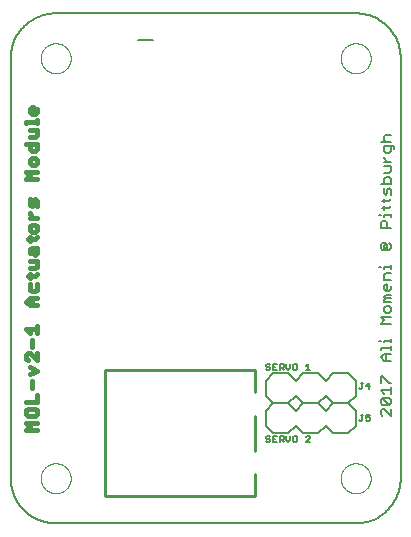
<source format=gto>
G75*
%MOIN*%
%OFA0B0*%
%FSLAX25Y25*%
%IPPOS*%
%LPD*%
%AMOC8*
5,1,8,0,0,1.08239X$1,22.5*
%
%ADD10C,0.00600*%
%ADD11C,0.00000*%
%ADD12C,0.01500*%
%ADD13C,0.01000*%
%ADD14C,0.00800*%
%ADD15C,0.00500*%
D10*
X0001300Y0016300D02*
X0001300Y0156300D01*
X0001304Y0156662D01*
X0001318Y0157025D01*
X0001339Y0157387D01*
X0001370Y0157748D01*
X0001409Y0158108D01*
X0001457Y0158467D01*
X0001514Y0158825D01*
X0001579Y0159182D01*
X0001653Y0159537D01*
X0001736Y0159890D01*
X0001827Y0160241D01*
X0001926Y0160589D01*
X0002034Y0160935D01*
X0002150Y0161279D01*
X0002275Y0161619D01*
X0002407Y0161956D01*
X0002548Y0162290D01*
X0002697Y0162621D01*
X0002854Y0162948D01*
X0003018Y0163271D01*
X0003190Y0163590D01*
X0003370Y0163904D01*
X0003558Y0164215D01*
X0003753Y0164520D01*
X0003955Y0164821D01*
X0004165Y0165117D01*
X0004381Y0165407D01*
X0004605Y0165693D01*
X0004835Y0165973D01*
X0005072Y0166247D01*
X0005316Y0166515D01*
X0005566Y0166778D01*
X0005822Y0167034D01*
X0006085Y0167284D01*
X0006353Y0167528D01*
X0006627Y0167765D01*
X0006907Y0167995D01*
X0007193Y0168219D01*
X0007483Y0168435D01*
X0007779Y0168645D01*
X0008080Y0168847D01*
X0008385Y0169042D01*
X0008696Y0169230D01*
X0009010Y0169410D01*
X0009329Y0169582D01*
X0009652Y0169746D01*
X0009979Y0169903D01*
X0010310Y0170052D01*
X0010644Y0170193D01*
X0010981Y0170325D01*
X0011321Y0170450D01*
X0011665Y0170566D01*
X0012011Y0170674D01*
X0012359Y0170773D01*
X0012710Y0170864D01*
X0013063Y0170947D01*
X0013418Y0171021D01*
X0013775Y0171086D01*
X0014133Y0171143D01*
X0014492Y0171191D01*
X0014852Y0171230D01*
X0015213Y0171261D01*
X0015575Y0171282D01*
X0015938Y0171296D01*
X0016300Y0171300D01*
X0116300Y0171300D01*
X0116662Y0171296D01*
X0117025Y0171282D01*
X0117387Y0171261D01*
X0117748Y0171230D01*
X0118108Y0171191D01*
X0118467Y0171143D01*
X0118825Y0171086D01*
X0119182Y0171021D01*
X0119537Y0170947D01*
X0119890Y0170864D01*
X0120241Y0170773D01*
X0120589Y0170674D01*
X0120935Y0170566D01*
X0121279Y0170450D01*
X0121619Y0170325D01*
X0121956Y0170193D01*
X0122290Y0170052D01*
X0122621Y0169903D01*
X0122948Y0169746D01*
X0123271Y0169582D01*
X0123590Y0169410D01*
X0123904Y0169230D01*
X0124215Y0169042D01*
X0124520Y0168847D01*
X0124821Y0168645D01*
X0125117Y0168435D01*
X0125407Y0168219D01*
X0125693Y0167995D01*
X0125973Y0167765D01*
X0126247Y0167528D01*
X0126515Y0167284D01*
X0126778Y0167034D01*
X0127034Y0166778D01*
X0127284Y0166515D01*
X0127528Y0166247D01*
X0127765Y0165973D01*
X0127995Y0165693D01*
X0128219Y0165407D01*
X0128435Y0165117D01*
X0128645Y0164821D01*
X0128847Y0164520D01*
X0129042Y0164215D01*
X0129230Y0163904D01*
X0129410Y0163590D01*
X0129582Y0163271D01*
X0129746Y0162948D01*
X0129903Y0162621D01*
X0130052Y0162290D01*
X0130193Y0161956D01*
X0130325Y0161619D01*
X0130450Y0161279D01*
X0130566Y0160935D01*
X0130674Y0160589D01*
X0130773Y0160241D01*
X0130864Y0159890D01*
X0130947Y0159537D01*
X0131021Y0159182D01*
X0131086Y0158825D01*
X0131143Y0158467D01*
X0131191Y0158108D01*
X0131230Y0157748D01*
X0131261Y0157387D01*
X0131282Y0157025D01*
X0131296Y0156662D01*
X0131300Y0156300D01*
X0131300Y0016300D01*
X0131296Y0015938D01*
X0131282Y0015575D01*
X0131261Y0015213D01*
X0131230Y0014852D01*
X0131191Y0014492D01*
X0131143Y0014133D01*
X0131086Y0013775D01*
X0131021Y0013418D01*
X0130947Y0013063D01*
X0130864Y0012710D01*
X0130773Y0012359D01*
X0130674Y0012011D01*
X0130566Y0011665D01*
X0130450Y0011321D01*
X0130325Y0010981D01*
X0130193Y0010644D01*
X0130052Y0010310D01*
X0129903Y0009979D01*
X0129746Y0009652D01*
X0129582Y0009329D01*
X0129410Y0009010D01*
X0129230Y0008696D01*
X0129042Y0008385D01*
X0128847Y0008080D01*
X0128645Y0007779D01*
X0128435Y0007483D01*
X0128219Y0007193D01*
X0127995Y0006907D01*
X0127765Y0006627D01*
X0127528Y0006353D01*
X0127284Y0006085D01*
X0127034Y0005822D01*
X0126778Y0005566D01*
X0126515Y0005316D01*
X0126247Y0005072D01*
X0125973Y0004835D01*
X0125693Y0004605D01*
X0125407Y0004381D01*
X0125117Y0004165D01*
X0124821Y0003955D01*
X0124520Y0003753D01*
X0124215Y0003558D01*
X0123904Y0003370D01*
X0123590Y0003190D01*
X0123271Y0003018D01*
X0122948Y0002854D01*
X0122621Y0002697D01*
X0122290Y0002548D01*
X0121956Y0002407D01*
X0121619Y0002275D01*
X0121279Y0002150D01*
X0120935Y0002034D01*
X0120589Y0001926D01*
X0120241Y0001827D01*
X0119890Y0001736D01*
X0119537Y0001653D01*
X0119182Y0001579D01*
X0118825Y0001514D01*
X0118467Y0001457D01*
X0118108Y0001409D01*
X0117748Y0001370D01*
X0117387Y0001339D01*
X0117025Y0001318D01*
X0116662Y0001304D01*
X0116300Y0001300D01*
X0016300Y0001300D01*
X0015938Y0001304D01*
X0015575Y0001318D01*
X0015213Y0001339D01*
X0014852Y0001370D01*
X0014492Y0001409D01*
X0014133Y0001457D01*
X0013775Y0001514D01*
X0013418Y0001579D01*
X0013063Y0001653D01*
X0012710Y0001736D01*
X0012359Y0001827D01*
X0012011Y0001926D01*
X0011665Y0002034D01*
X0011321Y0002150D01*
X0010981Y0002275D01*
X0010644Y0002407D01*
X0010310Y0002548D01*
X0009979Y0002697D01*
X0009652Y0002854D01*
X0009329Y0003018D01*
X0009010Y0003190D01*
X0008696Y0003370D01*
X0008385Y0003558D01*
X0008080Y0003753D01*
X0007779Y0003955D01*
X0007483Y0004165D01*
X0007193Y0004381D01*
X0006907Y0004605D01*
X0006627Y0004835D01*
X0006353Y0005072D01*
X0006085Y0005316D01*
X0005822Y0005566D01*
X0005566Y0005822D01*
X0005316Y0006085D01*
X0005072Y0006353D01*
X0004835Y0006627D01*
X0004605Y0006907D01*
X0004381Y0007193D01*
X0004165Y0007483D01*
X0003955Y0007779D01*
X0003753Y0008080D01*
X0003558Y0008385D01*
X0003370Y0008696D01*
X0003190Y0009010D01*
X0003018Y0009329D01*
X0002854Y0009652D01*
X0002697Y0009979D01*
X0002548Y0010310D01*
X0002407Y0010644D01*
X0002275Y0010981D01*
X0002150Y0011321D01*
X0002034Y0011665D01*
X0001926Y0012011D01*
X0001827Y0012359D01*
X0001736Y0012710D01*
X0001653Y0013063D01*
X0001579Y0013418D01*
X0001514Y0013775D01*
X0001457Y0014133D01*
X0001409Y0014492D01*
X0001370Y0014852D01*
X0001339Y0015213D01*
X0001318Y0015575D01*
X0001304Y0015938D01*
X0001300Y0016300D01*
X0124597Y0037667D02*
X0125164Y0037100D01*
X0124597Y0037667D02*
X0124597Y0038801D01*
X0125164Y0039369D01*
X0125731Y0039369D01*
X0128000Y0037100D01*
X0128000Y0039369D01*
X0127433Y0040783D02*
X0125164Y0043052D01*
X0127433Y0043052D01*
X0128000Y0042485D01*
X0128000Y0041350D01*
X0127433Y0040783D01*
X0125164Y0040783D01*
X0124597Y0041350D01*
X0124597Y0042485D01*
X0125164Y0043052D01*
X0125731Y0044466D02*
X0124597Y0045601D01*
X0128000Y0045601D01*
X0128000Y0046735D02*
X0128000Y0044466D01*
X0128000Y0048149D02*
X0127433Y0048149D01*
X0125164Y0050418D01*
X0124597Y0050418D01*
X0124597Y0048149D01*
X0125731Y0055516D02*
X0124597Y0056650D01*
X0125731Y0057784D01*
X0128000Y0057784D01*
X0128000Y0059199D02*
X0128000Y0060333D01*
X0128000Y0059766D02*
X0124597Y0059766D01*
X0124597Y0059199D01*
X0125731Y0061654D02*
X0125731Y0062221D01*
X0128000Y0062221D01*
X0128000Y0061654D02*
X0128000Y0062789D01*
X0124597Y0062221D02*
X0124030Y0062221D01*
X0126299Y0057784D02*
X0126299Y0055516D01*
X0125731Y0055516D02*
X0128000Y0055516D01*
X0128000Y0067793D02*
X0124597Y0067793D01*
X0125731Y0068927D01*
X0124597Y0070061D01*
X0128000Y0070061D01*
X0127433Y0071476D02*
X0126299Y0071476D01*
X0125731Y0072043D01*
X0125731Y0073177D01*
X0126299Y0073745D01*
X0127433Y0073745D01*
X0128000Y0073177D01*
X0128000Y0072043D01*
X0127433Y0071476D01*
X0128000Y0075159D02*
X0125731Y0075159D01*
X0125731Y0075726D01*
X0126299Y0076293D01*
X0125731Y0076861D01*
X0126299Y0077428D01*
X0128000Y0077428D01*
X0128000Y0076293D02*
X0126299Y0076293D01*
X0126299Y0078842D02*
X0125731Y0079409D01*
X0125731Y0080544D01*
X0126299Y0081111D01*
X0126866Y0081111D01*
X0126866Y0078842D01*
X0127433Y0078842D02*
X0126299Y0078842D01*
X0127433Y0078842D02*
X0128000Y0079409D01*
X0128000Y0080544D01*
X0128000Y0082525D02*
X0125731Y0082525D01*
X0125731Y0084227D01*
X0126299Y0084794D01*
X0128000Y0084794D01*
X0128000Y0086209D02*
X0128000Y0087343D01*
X0128000Y0086776D02*
X0125731Y0086776D01*
X0125731Y0086209D01*
X0124597Y0086776D02*
X0124030Y0086776D01*
X0125164Y0092347D02*
X0124597Y0092914D01*
X0124597Y0094049D01*
X0125164Y0094616D01*
X0126299Y0094616D01*
X0126866Y0094049D01*
X0125731Y0094049D01*
X0125731Y0092914D01*
X0126866Y0092914D01*
X0126866Y0094049D01*
X0127433Y0094616D02*
X0128000Y0094049D01*
X0128000Y0092914D01*
X0127433Y0092347D01*
X0125164Y0092347D01*
X0124597Y0099713D02*
X0124597Y0101415D01*
X0125164Y0101982D01*
X0126299Y0101982D01*
X0126866Y0101415D01*
X0126866Y0099713D01*
X0128000Y0099713D02*
X0124597Y0099713D01*
X0125731Y0103397D02*
X0125731Y0103964D01*
X0128000Y0103964D01*
X0128000Y0103397D02*
X0128000Y0104531D01*
X0127433Y0106419D02*
X0128000Y0106986D01*
X0127433Y0106419D02*
X0125164Y0106419D01*
X0125731Y0105852D02*
X0125731Y0106986D01*
X0125731Y0108307D02*
X0125731Y0109442D01*
X0125164Y0108875D02*
X0127433Y0108875D01*
X0128000Y0109442D01*
X0128000Y0110763D02*
X0128000Y0112464D01*
X0127433Y0113031D01*
X0126866Y0112464D01*
X0126866Y0111330D01*
X0126299Y0110763D01*
X0125731Y0111330D01*
X0125731Y0113031D01*
X0125731Y0114446D02*
X0125731Y0116147D01*
X0126299Y0116715D01*
X0127433Y0116715D01*
X0128000Y0116147D01*
X0128000Y0114446D01*
X0124597Y0114446D01*
X0125731Y0118129D02*
X0127433Y0118129D01*
X0128000Y0118696D01*
X0128000Y0120398D01*
X0125731Y0120398D01*
X0125731Y0121812D02*
X0128000Y0121812D01*
X0126866Y0121812D02*
X0125731Y0122947D01*
X0125731Y0123514D01*
X0126299Y0124882D02*
X0125731Y0125449D01*
X0125731Y0127150D01*
X0128567Y0127150D01*
X0129134Y0126583D01*
X0129134Y0126016D01*
X0128000Y0125449D02*
X0128000Y0127150D01*
X0128000Y0128565D02*
X0124597Y0128565D01*
X0125731Y0129132D02*
X0125731Y0130266D01*
X0126299Y0130833D01*
X0128000Y0130833D01*
X0126299Y0128565D02*
X0125731Y0129132D01*
X0126299Y0124882D02*
X0127433Y0124882D01*
X0128000Y0125449D01*
X0124597Y0103964D02*
X0124030Y0103964D01*
D11*
X0111300Y0156300D02*
X0111302Y0156441D01*
X0111308Y0156582D01*
X0111318Y0156722D01*
X0111332Y0156862D01*
X0111350Y0157002D01*
X0111371Y0157141D01*
X0111397Y0157280D01*
X0111426Y0157418D01*
X0111460Y0157554D01*
X0111497Y0157690D01*
X0111538Y0157825D01*
X0111583Y0157959D01*
X0111632Y0158091D01*
X0111684Y0158222D01*
X0111740Y0158351D01*
X0111800Y0158478D01*
X0111863Y0158604D01*
X0111929Y0158728D01*
X0112000Y0158851D01*
X0112073Y0158971D01*
X0112150Y0159089D01*
X0112230Y0159205D01*
X0112314Y0159318D01*
X0112400Y0159429D01*
X0112490Y0159538D01*
X0112583Y0159644D01*
X0112678Y0159747D01*
X0112777Y0159848D01*
X0112878Y0159946D01*
X0112982Y0160041D01*
X0113089Y0160133D01*
X0113198Y0160222D01*
X0113310Y0160307D01*
X0113424Y0160390D01*
X0113540Y0160470D01*
X0113659Y0160546D01*
X0113780Y0160618D01*
X0113902Y0160688D01*
X0114027Y0160753D01*
X0114153Y0160816D01*
X0114281Y0160874D01*
X0114411Y0160929D01*
X0114542Y0160981D01*
X0114675Y0161028D01*
X0114809Y0161072D01*
X0114944Y0161113D01*
X0115080Y0161149D01*
X0115217Y0161181D01*
X0115355Y0161210D01*
X0115493Y0161235D01*
X0115633Y0161255D01*
X0115773Y0161272D01*
X0115913Y0161285D01*
X0116054Y0161294D01*
X0116194Y0161299D01*
X0116335Y0161300D01*
X0116476Y0161297D01*
X0116617Y0161290D01*
X0116757Y0161279D01*
X0116897Y0161264D01*
X0117037Y0161245D01*
X0117176Y0161223D01*
X0117314Y0161196D01*
X0117452Y0161166D01*
X0117588Y0161131D01*
X0117724Y0161093D01*
X0117858Y0161051D01*
X0117992Y0161005D01*
X0118124Y0160956D01*
X0118254Y0160902D01*
X0118383Y0160845D01*
X0118510Y0160785D01*
X0118636Y0160721D01*
X0118759Y0160653D01*
X0118881Y0160582D01*
X0119001Y0160508D01*
X0119118Y0160430D01*
X0119233Y0160349D01*
X0119346Y0160265D01*
X0119457Y0160178D01*
X0119565Y0160087D01*
X0119670Y0159994D01*
X0119773Y0159897D01*
X0119873Y0159798D01*
X0119970Y0159696D01*
X0120064Y0159591D01*
X0120155Y0159484D01*
X0120243Y0159374D01*
X0120328Y0159262D01*
X0120410Y0159147D01*
X0120489Y0159030D01*
X0120564Y0158911D01*
X0120636Y0158790D01*
X0120704Y0158667D01*
X0120769Y0158542D01*
X0120831Y0158415D01*
X0120888Y0158286D01*
X0120943Y0158156D01*
X0120993Y0158025D01*
X0121040Y0157892D01*
X0121083Y0157758D01*
X0121122Y0157622D01*
X0121157Y0157486D01*
X0121189Y0157349D01*
X0121216Y0157211D01*
X0121240Y0157072D01*
X0121260Y0156932D01*
X0121276Y0156792D01*
X0121288Y0156652D01*
X0121296Y0156511D01*
X0121300Y0156370D01*
X0121300Y0156230D01*
X0121296Y0156089D01*
X0121288Y0155948D01*
X0121276Y0155808D01*
X0121260Y0155668D01*
X0121240Y0155528D01*
X0121216Y0155389D01*
X0121189Y0155251D01*
X0121157Y0155114D01*
X0121122Y0154978D01*
X0121083Y0154842D01*
X0121040Y0154708D01*
X0120993Y0154575D01*
X0120943Y0154444D01*
X0120888Y0154314D01*
X0120831Y0154185D01*
X0120769Y0154058D01*
X0120704Y0153933D01*
X0120636Y0153810D01*
X0120564Y0153689D01*
X0120489Y0153570D01*
X0120410Y0153453D01*
X0120328Y0153338D01*
X0120243Y0153226D01*
X0120155Y0153116D01*
X0120064Y0153009D01*
X0119970Y0152904D01*
X0119873Y0152802D01*
X0119773Y0152703D01*
X0119670Y0152606D01*
X0119565Y0152513D01*
X0119457Y0152422D01*
X0119346Y0152335D01*
X0119233Y0152251D01*
X0119118Y0152170D01*
X0119001Y0152092D01*
X0118881Y0152018D01*
X0118759Y0151947D01*
X0118636Y0151879D01*
X0118510Y0151815D01*
X0118383Y0151755D01*
X0118254Y0151698D01*
X0118124Y0151644D01*
X0117992Y0151595D01*
X0117858Y0151549D01*
X0117724Y0151507D01*
X0117588Y0151469D01*
X0117452Y0151434D01*
X0117314Y0151404D01*
X0117176Y0151377D01*
X0117037Y0151355D01*
X0116897Y0151336D01*
X0116757Y0151321D01*
X0116617Y0151310D01*
X0116476Y0151303D01*
X0116335Y0151300D01*
X0116194Y0151301D01*
X0116054Y0151306D01*
X0115913Y0151315D01*
X0115773Y0151328D01*
X0115633Y0151345D01*
X0115493Y0151365D01*
X0115355Y0151390D01*
X0115217Y0151419D01*
X0115080Y0151451D01*
X0114944Y0151487D01*
X0114809Y0151528D01*
X0114675Y0151572D01*
X0114542Y0151619D01*
X0114411Y0151671D01*
X0114281Y0151726D01*
X0114153Y0151784D01*
X0114027Y0151847D01*
X0113902Y0151912D01*
X0113780Y0151982D01*
X0113659Y0152054D01*
X0113540Y0152130D01*
X0113424Y0152210D01*
X0113310Y0152293D01*
X0113198Y0152378D01*
X0113089Y0152467D01*
X0112982Y0152559D01*
X0112878Y0152654D01*
X0112777Y0152752D01*
X0112678Y0152853D01*
X0112583Y0152956D01*
X0112490Y0153062D01*
X0112400Y0153171D01*
X0112314Y0153282D01*
X0112230Y0153395D01*
X0112150Y0153511D01*
X0112073Y0153629D01*
X0112000Y0153749D01*
X0111929Y0153872D01*
X0111863Y0153996D01*
X0111800Y0154122D01*
X0111740Y0154249D01*
X0111684Y0154378D01*
X0111632Y0154509D01*
X0111583Y0154641D01*
X0111538Y0154775D01*
X0111497Y0154910D01*
X0111460Y0155046D01*
X0111426Y0155182D01*
X0111397Y0155320D01*
X0111371Y0155459D01*
X0111350Y0155598D01*
X0111332Y0155738D01*
X0111318Y0155878D01*
X0111308Y0156018D01*
X0111302Y0156159D01*
X0111300Y0156300D01*
X0011300Y0156300D02*
X0011302Y0156441D01*
X0011308Y0156582D01*
X0011318Y0156722D01*
X0011332Y0156862D01*
X0011350Y0157002D01*
X0011371Y0157141D01*
X0011397Y0157280D01*
X0011426Y0157418D01*
X0011460Y0157554D01*
X0011497Y0157690D01*
X0011538Y0157825D01*
X0011583Y0157959D01*
X0011632Y0158091D01*
X0011684Y0158222D01*
X0011740Y0158351D01*
X0011800Y0158478D01*
X0011863Y0158604D01*
X0011929Y0158728D01*
X0012000Y0158851D01*
X0012073Y0158971D01*
X0012150Y0159089D01*
X0012230Y0159205D01*
X0012314Y0159318D01*
X0012400Y0159429D01*
X0012490Y0159538D01*
X0012583Y0159644D01*
X0012678Y0159747D01*
X0012777Y0159848D01*
X0012878Y0159946D01*
X0012982Y0160041D01*
X0013089Y0160133D01*
X0013198Y0160222D01*
X0013310Y0160307D01*
X0013424Y0160390D01*
X0013540Y0160470D01*
X0013659Y0160546D01*
X0013780Y0160618D01*
X0013902Y0160688D01*
X0014027Y0160753D01*
X0014153Y0160816D01*
X0014281Y0160874D01*
X0014411Y0160929D01*
X0014542Y0160981D01*
X0014675Y0161028D01*
X0014809Y0161072D01*
X0014944Y0161113D01*
X0015080Y0161149D01*
X0015217Y0161181D01*
X0015355Y0161210D01*
X0015493Y0161235D01*
X0015633Y0161255D01*
X0015773Y0161272D01*
X0015913Y0161285D01*
X0016054Y0161294D01*
X0016194Y0161299D01*
X0016335Y0161300D01*
X0016476Y0161297D01*
X0016617Y0161290D01*
X0016757Y0161279D01*
X0016897Y0161264D01*
X0017037Y0161245D01*
X0017176Y0161223D01*
X0017314Y0161196D01*
X0017452Y0161166D01*
X0017588Y0161131D01*
X0017724Y0161093D01*
X0017858Y0161051D01*
X0017992Y0161005D01*
X0018124Y0160956D01*
X0018254Y0160902D01*
X0018383Y0160845D01*
X0018510Y0160785D01*
X0018636Y0160721D01*
X0018759Y0160653D01*
X0018881Y0160582D01*
X0019001Y0160508D01*
X0019118Y0160430D01*
X0019233Y0160349D01*
X0019346Y0160265D01*
X0019457Y0160178D01*
X0019565Y0160087D01*
X0019670Y0159994D01*
X0019773Y0159897D01*
X0019873Y0159798D01*
X0019970Y0159696D01*
X0020064Y0159591D01*
X0020155Y0159484D01*
X0020243Y0159374D01*
X0020328Y0159262D01*
X0020410Y0159147D01*
X0020489Y0159030D01*
X0020564Y0158911D01*
X0020636Y0158790D01*
X0020704Y0158667D01*
X0020769Y0158542D01*
X0020831Y0158415D01*
X0020888Y0158286D01*
X0020943Y0158156D01*
X0020993Y0158025D01*
X0021040Y0157892D01*
X0021083Y0157758D01*
X0021122Y0157622D01*
X0021157Y0157486D01*
X0021189Y0157349D01*
X0021216Y0157211D01*
X0021240Y0157072D01*
X0021260Y0156932D01*
X0021276Y0156792D01*
X0021288Y0156652D01*
X0021296Y0156511D01*
X0021300Y0156370D01*
X0021300Y0156230D01*
X0021296Y0156089D01*
X0021288Y0155948D01*
X0021276Y0155808D01*
X0021260Y0155668D01*
X0021240Y0155528D01*
X0021216Y0155389D01*
X0021189Y0155251D01*
X0021157Y0155114D01*
X0021122Y0154978D01*
X0021083Y0154842D01*
X0021040Y0154708D01*
X0020993Y0154575D01*
X0020943Y0154444D01*
X0020888Y0154314D01*
X0020831Y0154185D01*
X0020769Y0154058D01*
X0020704Y0153933D01*
X0020636Y0153810D01*
X0020564Y0153689D01*
X0020489Y0153570D01*
X0020410Y0153453D01*
X0020328Y0153338D01*
X0020243Y0153226D01*
X0020155Y0153116D01*
X0020064Y0153009D01*
X0019970Y0152904D01*
X0019873Y0152802D01*
X0019773Y0152703D01*
X0019670Y0152606D01*
X0019565Y0152513D01*
X0019457Y0152422D01*
X0019346Y0152335D01*
X0019233Y0152251D01*
X0019118Y0152170D01*
X0019001Y0152092D01*
X0018881Y0152018D01*
X0018759Y0151947D01*
X0018636Y0151879D01*
X0018510Y0151815D01*
X0018383Y0151755D01*
X0018254Y0151698D01*
X0018124Y0151644D01*
X0017992Y0151595D01*
X0017858Y0151549D01*
X0017724Y0151507D01*
X0017588Y0151469D01*
X0017452Y0151434D01*
X0017314Y0151404D01*
X0017176Y0151377D01*
X0017037Y0151355D01*
X0016897Y0151336D01*
X0016757Y0151321D01*
X0016617Y0151310D01*
X0016476Y0151303D01*
X0016335Y0151300D01*
X0016194Y0151301D01*
X0016054Y0151306D01*
X0015913Y0151315D01*
X0015773Y0151328D01*
X0015633Y0151345D01*
X0015493Y0151365D01*
X0015355Y0151390D01*
X0015217Y0151419D01*
X0015080Y0151451D01*
X0014944Y0151487D01*
X0014809Y0151528D01*
X0014675Y0151572D01*
X0014542Y0151619D01*
X0014411Y0151671D01*
X0014281Y0151726D01*
X0014153Y0151784D01*
X0014027Y0151847D01*
X0013902Y0151912D01*
X0013780Y0151982D01*
X0013659Y0152054D01*
X0013540Y0152130D01*
X0013424Y0152210D01*
X0013310Y0152293D01*
X0013198Y0152378D01*
X0013089Y0152467D01*
X0012982Y0152559D01*
X0012878Y0152654D01*
X0012777Y0152752D01*
X0012678Y0152853D01*
X0012583Y0152956D01*
X0012490Y0153062D01*
X0012400Y0153171D01*
X0012314Y0153282D01*
X0012230Y0153395D01*
X0012150Y0153511D01*
X0012073Y0153629D01*
X0012000Y0153749D01*
X0011929Y0153872D01*
X0011863Y0153996D01*
X0011800Y0154122D01*
X0011740Y0154249D01*
X0011684Y0154378D01*
X0011632Y0154509D01*
X0011583Y0154641D01*
X0011538Y0154775D01*
X0011497Y0154910D01*
X0011460Y0155046D01*
X0011426Y0155182D01*
X0011397Y0155320D01*
X0011371Y0155459D01*
X0011350Y0155598D01*
X0011332Y0155738D01*
X0011318Y0155878D01*
X0011308Y0156018D01*
X0011302Y0156159D01*
X0011300Y0156300D01*
X0011300Y0016300D02*
X0011302Y0016441D01*
X0011308Y0016582D01*
X0011318Y0016722D01*
X0011332Y0016862D01*
X0011350Y0017002D01*
X0011371Y0017141D01*
X0011397Y0017280D01*
X0011426Y0017418D01*
X0011460Y0017554D01*
X0011497Y0017690D01*
X0011538Y0017825D01*
X0011583Y0017959D01*
X0011632Y0018091D01*
X0011684Y0018222D01*
X0011740Y0018351D01*
X0011800Y0018478D01*
X0011863Y0018604D01*
X0011929Y0018728D01*
X0012000Y0018851D01*
X0012073Y0018971D01*
X0012150Y0019089D01*
X0012230Y0019205D01*
X0012314Y0019318D01*
X0012400Y0019429D01*
X0012490Y0019538D01*
X0012583Y0019644D01*
X0012678Y0019747D01*
X0012777Y0019848D01*
X0012878Y0019946D01*
X0012982Y0020041D01*
X0013089Y0020133D01*
X0013198Y0020222D01*
X0013310Y0020307D01*
X0013424Y0020390D01*
X0013540Y0020470D01*
X0013659Y0020546D01*
X0013780Y0020618D01*
X0013902Y0020688D01*
X0014027Y0020753D01*
X0014153Y0020816D01*
X0014281Y0020874D01*
X0014411Y0020929D01*
X0014542Y0020981D01*
X0014675Y0021028D01*
X0014809Y0021072D01*
X0014944Y0021113D01*
X0015080Y0021149D01*
X0015217Y0021181D01*
X0015355Y0021210D01*
X0015493Y0021235D01*
X0015633Y0021255D01*
X0015773Y0021272D01*
X0015913Y0021285D01*
X0016054Y0021294D01*
X0016194Y0021299D01*
X0016335Y0021300D01*
X0016476Y0021297D01*
X0016617Y0021290D01*
X0016757Y0021279D01*
X0016897Y0021264D01*
X0017037Y0021245D01*
X0017176Y0021223D01*
X0017314Y0021196D01*
X0017452Y0021166D01*
X0017588Y0021131D01*
X0017724Y0021093D01*
X0017858Y0021051D01*
X0017992Y0021005D01*
X0018124Y0020956D01*
X0018254Y0020902D01*
X0018383Y0020845D01*
X0018510Y0020785D01*
X0018636Y0020721D01*
X0018759Y0020653D01*
X0018881Y0020582D01*
X0019001Y0020508D01*
X0019118Y0020430D01*
X0019233Y0020349D01*
X0019346Y0020265D01*
X0019457Y0020178D01*
X0019565Y0020087D01*
X0019670Y0019994D01*
X0019773Y0019897D01*
X0019873Y0019798D01*
X0019970Y0019696D01*
X0020064Y0019591D01*
X0020155Y0019484D01*
X0020243Y0019374D01*
X0020328Y0019262D01*
X0020410Y0019147D01*
X0020489Y0019030D01*
X0020564Y0018911D01*
X0020636Y0018790D01*
X0020704Y0018667D01*
X0020769Y0018542D01*
X0020831Y0018415D01*
X0020888Y0018286D01*
X0020943Y0018156D01*
X0020993Y0018025D01*
X0021040Y0017892D01*
X0021083Y0017758D01*
X0021122Y0017622D01*
X0021157Y0017486D01*
X0021189Y0017349D01*
X0021216Y0017211D01*
X0021240Y0017072D01*
X0021260Y0016932D01*
X0021276Y0016792D01*
X0021288Y0016652D01*
X0021296Y0016511D01*
X0021300Y0016370D01*
X0021300Y0016230D01*
X0021296Y0016089D01*
X0021288Y0015948D01*
X0021276Y0015808D01*
X0021260Y0015668D01*
X0021240Y0015528D01*
X0021216Y0015389D01*
X0021189Y0015251D01*
X0021157Y0015114D01*
X0021122Y0014978D01*
X0021083Y0014842D01*
X0021040Y0014708D01*
X0020993Y0014575D01*
X0020943Y0014444D01*
X0020888Y0014314D01*
X0020831Y0014185D01*
X0020769Y0014058D01*
X0020704Y0013933D01*
X0020636Y0013810D01*
X0020564Y0013689D01*
X0020489Y0013570D01*
X0020410Y0013453D01*
X0020328Y0013338D01*
X0020243Y0013226D01*
X0020155Y0013116D01*
X0020064Y0013009D01*
X0019970Y0012904D01*
X0019873Y0012802D01*
X0019773Y0012703D01*
X0019670Y0012606D01*
X0019565Y0012513D01*
X0019457Y0012422D01*
X0019346Y0012335D01*
X0019233Y0012251D01*
X0019118Y0012170D01*
X0019001Y0012092D01*
X0018881Y0012018D01*
X0018759Y0011947D01*
X0018636Y0011879D01*
X0018510Y0011815D01*
X0018383Y0011755D01*
X0018254Y0011698D01*
X0018124Y0011644D01*
X0017992Y0011595D01*
X0017858Y0011549D01*
X0017724Y0011507D01*
X0017588Y0011469D01*
X0017452Y0011434D01*
X0017314Y0011404D01*
X0017176Y0011377D01*
X0017037Y0011355D01*
X0016897Y0011336D01*
X0016757Y0011321D01*
X0016617Y0011310D01*
X0016476Y0011303D01*
X0016335Y0011300D01*
X0016194Y0011301D01*
X0016054Y0011306D01*
X0015913Y0011315D01*
X0015773Y0011328D01*
X0015633Y0011345D01*
X0015493Y0011365D01*
X0015355Y0011390D01*
X0015217Y0011419D01*
X0015080Y0011451D01*
X0014944Y0011487D01*
X0014809Y0011528D01*
X0014675Y0011572D01*
X0014542Y0011619D01*
X0014411Y0011671D01*
X0014281Y0011726D01*
X0014153Y0011784D01*
X0014027Y0011847D01*
X0013902Y0011912D01*
X0013780Y0011982D01*
X0013659Y0012054D01*
X0013540Y0012130D01*
X0013424Y0012210D01*
X0013310Y0012293D01*
X0013198Y0012378D01*
X0013089Y0012467D01*
X0012982Y0012559D01*
X0012878Y0012654D01*
X0012777Y0012752D01*
X0012678Y0012853D01*
X0012583Y0012956D01*
X0012490Y0013062D01*
X0012400Y0013171D01*
X0012314Y0013282D01*
X0012230Y0013395D01*
X0012150Y0013511D01*
X0012073Y0013629D01*
X0012000Y0013749D01*
X0011929Y0013872D01*
X0011863Y0013996D01*
X0011800Y0014122D01*
X0011740Y0014249D01*
X0011684Y0014378D01*
X0011632Y0014509D01*
X0011583Y0014641D01*
X0011538Y0014775D01*
X0011497Y0014910D01*
X0011460Y0015046D01*
X0011426Y0015182D01*
X0011397Y0015320D01*
X0011371Y0015459D01*
X0011350Y0015598D01*
X0011332Y0015738D01*
X0011318Y0015878D01*
X0011308Y0016018D01*
X0011302Y0016159D01*
X0011300Y0016300D01*
X0111300Y0016300D02*
X0111302Y0016441D01*
X0111308Y0016582D01*
X0111318Y0016722D01*
X0111332Y0016862D01*
X0111350Y0017002D01*
X0111371Y0017141D01*
X0111397Y0017280D01*
X0111426Y0017418D01*
X0111460Y0017554D01*
X0111497Y0017690D01*
X0111538Y0017825D01*
X0111583Y0017959D01*
X0111632Y0018091D01*
X0111684Y0018222D01*
X0111740Y0018351D01*
X0111800Y0018478D01*
X0111863Y0018604D01*
X0111929Y0018728D01*
X0112000Y0018851D01*
X0112073Y0018971D01*
X0112150Y0019089D01*
X0112230Y0019205D01*
X0112314Y0019318D01*
X0112400Y0019429D01*
X0112490Y0019538D01*
X0112583Y0019644D01*
X0112678Y0019747D01*
X0112777Y0019848D01*
X0112878Y0019946D01*
X0112982Y0020041D01*
X0113089Y0020133D01*
X0113198Y0020222D01*
X0113310Y0020307D01*
X0113424Y0020390D01*
X0113540Y0020470D01*
X0113659Y0020546D01*
X0113780Y0020618D01*
X0113902Y0020688D01*
X0114027Y0020753D01*
X0114153Y0020816D01*
X0114281Y0020874D01*
X0114411Y0020929D01*
X0114542Y0020981D01*
X0114675Y0021028D01*
X0114809Y0021072D01*
X0114944Y0021113D01*
X0115080Y0021149D01*
X0115217Y0021181D01*
X0115355Y0021210D01*
X0115493Y0021235D01*
X0115633Y0021255D01*
X0115773Y0021272D01*
X0115913Y0021285D01*
X0116054Y0021294D01*
X0116194Y0021299D01*
X0116335Y0021300D01*
X0116476Y0021297D01*
X0116617Y0021290D01*
X0116757Y0021279D01*
X0116897Y0021264D01*
X0117037Y0021245D01*
X0117176Y0021223D01*
X0117314Y0021196D01*
X0117452Y0021166D01*
X0117588Y0021131D01*
X0117724Y0021093D01*
X0117858Y0021051D01*
X0117992Y0021005D01*
X0118124Y0020956D01*
X0118254Y0020902D01*
X0118383Y0020845D01*
X0118510Y0020785D01*
X0118636Y0020721D01*
X0118759Y0020653D01*
X0118881Y0020582D01*
X0119001Y0020508D01*
X0119118Y0020430D01*
X0119233Y0020349D01*
X0119346Y0020265D01*
X0119457Y0020178D01*
X0119565Y0020087D01*
X0119670Y0019994D01*
X0119773Y0019897D01*
X0119873Y0019798D01*
X0119970Y0019696D01*
X0120064Y0019591D01*
X0120155Y0019484D01*
X0120243Y0019374D01*
X0120328Y0019262D01*
X0120410Y0019147D01*
X0120489Y0019030D01*
X0120564Y0018911D01*
X0120636Y0018790D01*
X0120704Y0018667D01*
X0120769Y0018542D01*
X0120831Y0018415D01*
X0120888Y0018286D01*
X0120943Y0018156D01*
X0120993Y0018025D01*
X0121040Y0017892D01*
X0121083Y0017758D01*
X0121122Y0017622D01*
X0121157Y0017486D01*
X0121189Y0017349D01*
X0121216Y0017211D01*
X0121240Y0017072D01*
X0121260Y0016932D01*
X0121276Y0016792D01*
X0121288Y0016652D01*
X0121296Y0016511D01*
X0121300Y0016370D01*
X0121300Y0016230D01*
X0121296Y0016089D01*
X0121288Y0015948D01*
X0121276Y0015808D01*
X0121260Y0015668D01*
X0121240Y0015528D01*
X0121216Y0015389D01*
X0121189Y0015251D01*
X0121157Y0015114D01*
X0121122Y0014978D01*
X0121083Y0014842D01*
X0121040Y0014708D01*
X0120993Y0014575D01*
X0120943Y0014444D01*
X0120888Y0014314D01*
X0120831Y0014185D01*
X0120769Y0014058D01*
X0120704Y0013933D01*
X0120636Y0013810D01*
X0120564Y0013689D01*
X0120489Y0013570D01*
X0120410Y0013453D01*
X0120328Y0013338D01*
X0120243Y0013226D01*
X0120155Y0013116D01*
X0120064Y0013009D01*
X0119970Y0012904D01*
X0119873Y0012802D01*
X0119773Y0012703D01*
X0119670Y0012606D01*
X0119565Y0012513D01*
X0119457Y0012422D01*
X0119346Y0012335D01*
X0119233Y0012251D01*
X0119118Y0012170D01*
X0119001Y0012092D01*
X0118881Y0012018D01*
X0118759Y0011947D01*
X0118636Y0011879D01*
X0118510Y0011815D01*
X0118383Y0011755D01*
X0118254Y0011698D01*
X0118124Y0011644D01*
X0117992Y0011595D01*
X0117858Y0011549D01*
X0117724Y0011507D01*
X0117588Y0011469D01*
X0117452Y0011434D01*
X0117314Y0011404D01*
X0117176Y0011377D01*
X0117037Y0011355D01*
X0116897Y0011336D01*
X0116757Y0011321D01*
X0116617Y0011310D01*
X0116476Y0011303D01*
X0116335Y0011300D01*
X0116194Y0011301D01*
X0116054Y0011306D01*
X0115913Y0011315D01*
X0115773Y0011328D01*
X0115633Y0011345D01*
X0115493Y0011365D01*
X0115355Y0011390D01*
X0115217Y0011419D01*
X0115080Y0011451D01*
X0114944Y0011487D01*
X0114809Y0011528D01*
X0114675Y0011572D01*
X0114542Y0011619D01*
X0114411Y0011671D01*
X0114281Y0011726D01*
X0114153Y0011784D01*
X0114027Y0011847D01*
X0113902Y0011912D01*
X0113780Y0011982D01*
X0113659Y0012054D01*
X0113540Y0012130D01*
X0113424Y0012210D01*
X0113310Y0012293D01*
X0113198Y0012378D01*
X0113089Y0012467D01*
X0112982Y0012559D01*
X0112878Y0012654D01*
X0112777Y0012752D01*
X0112678Y0012853D01*
X0112583Y0012956D01*
X0112490Y0013062D01*
X0112400Y0013171D01*
X0112314Y0013282D01*
X0112230Y0013395D01*
X0112150Y0013511D01*
X0112073Y0013629D01*
X0112000Y0013749D01*
X0111929Y0013872D01*
X0111863Y0013996D01*
X0111800Y0014122D01*
X0111740Y0014249D01*
X0111684Y0014378D01*
X0111632Y0014509D01*
X0111583Y0014641D01*
X0111538Y0014775D01*
X0111497Y0014910D01*
X0111460Y0015046D01*
X0111426Y0015182D01*
X0111397Y0015320D01*
X0111371Y0015459D01*
X0111350Y0015598D01*
X0111332Y0015738D01*
X0111318Y0015878D01*
X0111308Y0016018D01*
X0111302Y0016159D01*
X0111300Y0016300D01*
D12*
X0010050Y0032550D02*
X0006547Y0032550D01*
X0007715Y0033718D01*
X0006547Y0034885D01*
X0010050Y0034885D01*
X0009466Y0037154D02*
X0010050Y0037738D01*
X0010050Y0038905D01*
X0009466Y0039489D01*
X0007131Y0039489D01*
X0006547Y0038905D01*
X0006547Y0037738D01*
X0007131Y0037154D01*
X0009466Y0037154D01*
X0010050Y0041758D02*
X0006547Y0041758D01*
X0008299Y0046362D02*
X0008299Y0048697D01*
X0007715Y0050966D02*
X0010050Y0052133D01*
X0007715Y0053301D01*
X0007131Y0055570D02*
X0006547Y0056153D01*
X0006547Y0057321D01*
X0007131Y0057905D01*
X0007715Y0057905D01*
X0010050Y0055570D01*
X0010050Y0057905D01*
X0008299Y0060174D02*
X0008299Y0062509D01*
X0007715Y0064777D02*
X0006547Y0065945D01*
X0010050Y0065945D01*
X0010050Y0064777D02*
X0010050Y0067113D01*
X0010050Y0073985D02*
X0007715Y0073985D01*
X0006547Y0075153D01*
X0007715Y0076321D01*
X0010050Y0076321D01*
X0008299Y0076321D02*
X0008299Y0073985D01*
X0008299Y0078589D02*
X0007715Y0079173D01*
X0007715Y0080925D01*
X0008299Y0078589D02*
X0009466Y0078589D01*
X0010050Y0079173D01*
X0010050Y0080925D01*
X0009466Y0083777D02*
X0007131Y0083777D01*
X0007715Y0083193D02*
X0007715Y0084361D01*
X0007715Y0086262D02*
X0009466Y0086262D01*
X0010050Y0086846D01*
X0010050Y0088598D01*
X0007715Y0088598D01*
X0007715Y0091450D02*
X0007715Y0092618D01*
X0008299Y0093202D01*
X0010050Y0093202D01*
X0010050Y0091450D01*
X0009466Y0090866D01*
X0008882Y0091450D01*
X0008882Y0093202D01*
X0007715Y0095470D02*
X0007715Y0096638D01*
X0007131Y0096054D02*
X0009466Y0096054D01*
X0010050Y0096638D01*
X0009466Y0098540D02*
X0008299Y0098540D01*
X0007715Y0099123D01*
X0007715Y0100291D01*
X0008299Y0100875D01*
X0009466Y0100875D01*
X0010050Y0100291D01*
X0010050Y0099123D01*
X0009466Y0098540D01*
X0008882Y0103144D02*
X0007715Y0104311D01*
X0007715Y0104895D01*
X0007715Y0103144D02*
X0010050Y0103144D01*
X0010050Y0106980D02*
X0010050Y0108732D01*
X0009466Y0109315D01*
X0008882Y0108732D01*
X0008882Y0107564D01*
X0008299Y0106980D01*
X0007715Y0107564D01*
X0007715Y0109315D01*
X0006547Y0116188D02*
X0007715Y0117356D01*
X0006547Y0118523D01*
X0010050Y0118523D01*
X0010050Y0116188D02*
X0006547Y0116188D01*
X0008299Y0120792D02*
X0009466Y0120792D01*
X0010050Y0121376D01*
X0010050Y0122543D01*
X0009466Y0123127D01*
X0008299Y0123127D01*
X0007715Y0122543D01*
X0007715Y0121376D01*
X0008299Y0120792D01*
X0008299Y0125396D02*
X0007715Y0125980D01*
X0007715Y0127731D01*
X0006547Y0127731D02*
X0010050Y0127731D01*
X0010050Y0125980D01*
X0009466Y0125396D01*
X0008299Y0125396D01*
X0007715Y0130000D02*
X0009466Y0130000D01*
X0010050Y0130584D01*
X0010050Y0132335D01*
X0007715Y0132335D01*
X0006547Y0134604D02*
X0006547Y0135187D01*
X0010050Y0135187D01*
X0010050Y0134604D02*
X0010050Y0135771D01*
X0009466Y0137673D02*
X0008299Y0137673D01*
X0007715Y0138257D01*
X0007715Y0139424D01*
X0008299Y0140008D01*
X0008882Y0140008D01*
X0008882Y0137673D01*
X0009466Y0137673D02*
X0010050Y0138257D01*
X0010050Y0139424D01*
X0010050Y0084361D02*
X0009466Y0083777D01*
X0010050Y0044093D02*
X0010050Y0041758D01*
D13*
X0032765Y0052324D02*
X0082843Y0052324D01*
X0082843Y0044922D01*
X0082843Y0037048D02*
X0082843Y0025237D01*
X0082843Y0017757D02*
X0082843Y0010276D01*
X0032765Y0010276D01*
X0032765Y0052324D01*
D14*
X0086300Y0048800D02*
X0086300Y0043800D01*
X0088800Y0041300D01*
X0086300Y0038800D01*
X0086300Y0033800D01*
X0088800Y0031300D01*
X0093800Y0031300D01*
X0096300Y0033800D01*
X0098800Y0031300D01*
X0103800Y0031300D01*
X0106300Y0033800D01*
X0108800Y0031300D01*
X0113800Y0031300D01*
X0116300Y0033800D01*
X0116300Y0038800D01*
X0113800Y0041300D01*
X0108800Y0041300D01*
X0106300Y0038800D01*
X0103800Y0041300D01*
X0098800Y0041300D01*
X0096300Y0038800D01*
X0093800Y0041300D01*
X0088800Y0041300D01*
X0093800Y0041300D01*
X0096300Y0043800D01*
X0098800Y0041300D01*
X0103800Y0041300D01*
X0106300Y0043800D01*
X0108800Y0041300D01*
X0113800Y0041300D01*
X0116300Y0043800D01*
X0116300Y0048800D01*
X0113800Y0051300D01*
X0108800Y0051300D01*
X0106300Y0048800D01*
X0103800Y0051300D01*
X0098800Y0051300D01*
X0096300Y0048800D01*
X0093800Y0051300D01*
X0088800Y0051300D01*
X0086300Y0048800D01*
X0048800Y0162375D02*
X0043800Y0162375D01*
D15*
X0086867Y0054452D02*
X0086550Y0054135D01*
X0086550Y0053818D01*
X0086867Y0053501D01*
X0087501Y0053501D01*
X0087818Y0053184D01*
X0087818Y0052867D01*
X0087501Y0052550D01*
X0086867Y0052550D01*
X0086550Y0052867D01*
X0086867Y0054452D02*
X0087501Y0054452D01*
X0087818Y0054135D01*
X0088760Y0054452D02*
X0088760Y0052550D01*
X0090028Y0052550D01*
X0090970Y0052550D02*
X0090970Y0054452D01*
X0091921Y0054452D01*
X0092237Y0054135D01*
X0092237Y0053501D01*
X0091921Y0053184D01*
X0090970Y0053184D01*
X0091604Y0053184D02*
X0092237Y0052550D01*
X0093180Y0053184D02*
X0093180Y0054452D01*
X0094447Y0054452D02*
X0094447Y0053184D01*
X0093814Y0052550D01*
X0093180Y0053184D01*
X0095390Y0052867D02*
X0095390Y0054135D01*
X0095706Y0054452D01*
X0096340Y0054452D01*
X0096657Y0054135D01*
X0096657Y0052867D01*
X0096340Y0052550D01*
X0095706Y0052550D01*
X0095390Y0052867D01*
X0099809Y0052550D02*
X0101077Y0052550D01*
X0100443Y0052550D02*
X0100443Y0054452D01*
X0099809Y0053818D01*
X0090028Y0054452D02*
X0088760Y0054452D01*
X0088760Y0053501D02*
X0089394Y0053501D01*
X0090028Y0030452D02*
X0088760Y0030452D01*
X0088760Y0028550D01*
X0090028Y0028550D01*
X0090970Y0028550D02*
X0090970Y0030452D01*
X0091921Y0030452D01*
X0092237Y0030135D01*
X0092237Y0029501D01*
X0091921Y0029184D01*
X0090970Y0029184D01*
X0091604Y0029184D02*
X0092237Y0028550D01*
X0093180Y0029184D02*
X0093180Y0030452D01*
X0094447Y0030452D02*
X0094447Y0029184D01*
X0093814Y0028550D01*
X0093180Y0029184D01*
X0095390Y0028867D02*
X0095390Y0030135D01*
X0095706Y0030452D01*
X0096340Y0030452D01*
X0096657Y0030135D01*
X0096657Y0028867D01*
X0096340Y0028550D01*
X0095706Y0028550D01*
X0095390Y0028867D01*
X0099809Y0028550D02*
X0101077Y0029818D01*
X0101077Y0030135D01*
X0100760Y0030452D01*
X0100126Y0030452D01*
X0099809Y0030135D01*
X0099809Y0028550D02*
X0101077Y0028550D01*
X0089394Y0029501D02*
X0088760Y0029501D01*
X0087818Y0029184D02*
X0087818Y0028867D01*
X0087501Y0028550D01*
X0086867Y0028550D01*
X0086550Y0028867D01*
X0086867Y0029501D02*
X0087501Y0029501D01*
X0087818Y0029184D01*
X0087818Y0030135D02*
X0087501Y0030452D01*
X0086867Y0030452D01*
X0086550Y0030135D01*
X0086550Y0029818D01*
X0086867Y0029501D01*
X0117550Y0035867D02*
X0117867Y0035550D01*
X0118184Y0035550D01*
X0118501Y0035867D01*
X0118501Y0037452D01*
X0118184Y0037452D02*
X0118818Y0037452D01*
X0119760Y0037452D02*
X0119760Y0036501D01*
X0120394Y0036818D01*
X0120711Y0036818D01*
X0121028Y0036501D01*
X0121028Y0035867D01*
X0120711Y0035550D01*
X0120077Y0035550D01*
X0119760Y0035867D01*
X0119760Y0037452D02*
X0121028Y0037452D01*
X0120711Y0046050D02*
X0120711Y0047952D01*
X0119760Y0047001D01*
X0121028Y0047001D01*
X0118818Y0047952D02*
X0118184Y0047952D01*
X0118501Y0047952D02*
X0118501Y0046367D01*
X0118184Y0046050D01*
X0117867Y0046050D01*
X0117550Y0046367D01*
M02*

</source>
